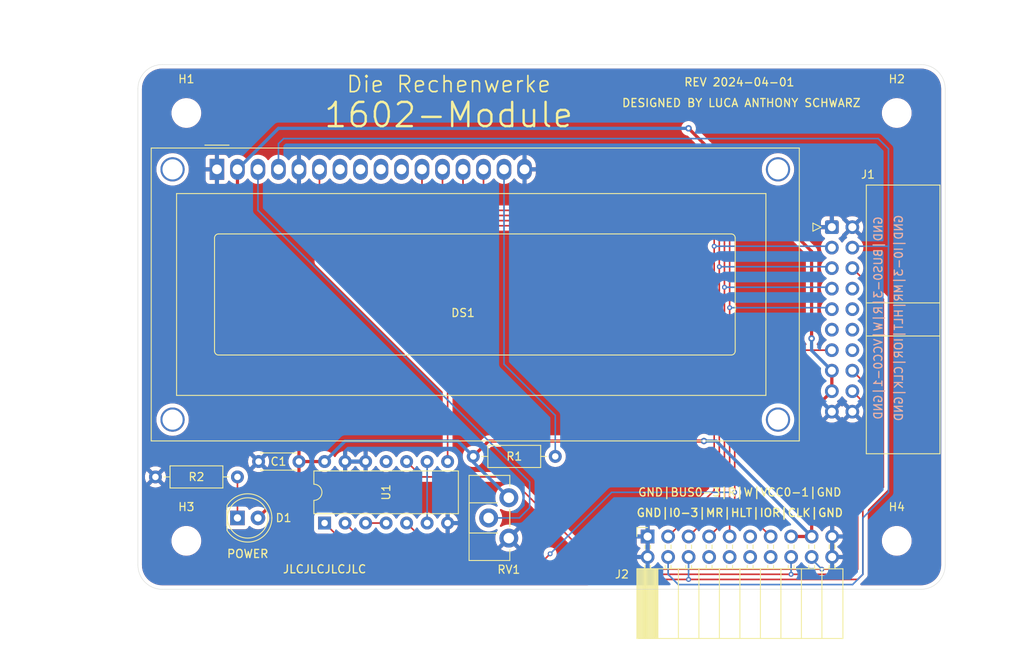
<source format=kicad_pcb>
(kicad_pcb (version 20240108) (generator "pcbnew") (generator_version "8.0")
  (title_block (title "1602-Module") (date "2024-04-01") (rev "2024-04-01"))
  (layers (0 "F.Cu" signal) (31 "B.Cu" signal) (34 "B.Paste" user) (35 "F.Paste" user) (36 "B.SilkS" user "B.Silkscreen") (37 "F.SilkS" user "F.Silkscreen") (38 "B.Mask" user) (39 "F.Mask" user) (44 "Edge.Cuts" user))
  (net 0 "")
  (net 1 "GND")
  (net 2 "VCC")
  (net 3 "Net-(DS1-Pad15)")
  (net 4 "/BUS3")
  (net 5 "/BUS2")
  (net 6 "/BUS1")
  (net 7 "/BUS0")
  (net 8 "Net-(DS1-Pad10)")
  (net 9 "Net-(DS1-Pad9)")
  (net 10 "Net-(DS1-Pad8)")
  (net 11 "Net-(DS1-Pad7)")
  (net 12 "Net-(DS1-Pad6)")
  (net 13 "I0")
  (net 14 "Net-(DS1-Pad3)")
  (net 15 "CLK")
  (net 16 "IOR")
  (net 17 "Net-(J1-Pad14)")
  (net 18 "Net-(J1-Pad12)")
  (net 19 "Net-(J1-Pad10)")
  (net 20 "Net-(J1-Pad8)")
  (net 21 "I1")
  (net 22 "W")
  (net 23 "Net-(J1-Pad11)")
  (net 24 "Net-(J2-Pad14)")
  (net 25 "Net-(J2-Pad12)")
  (net 26 "Net-(J2-Pad11)")
  (net 27 "Net-(J2-Pad10)")
  (net 28 "Net-(J2-Pad8)")
  (net 29 "Net-(U1-Pad6)")
  (net 30 "Net-(U1-Pad11)")
  (net 31 "Net-(U1-Pad3)")
  (net 32 "Net-(D1-Pad1)")
  (footprint "Capacitor_THT:C_Disc_D4.3mm_W1.9mm_P5.00mm" (layer "F.Cu") (at 107.95 130.175 180)
    (property "Reference" "C1" (at 2.54 0 0) (layer "F.SilkS"))
    (property "Value" "C_Small")
    (fp_line (start 4.77 1.055) (end 4.77 1.07) (stroke (width 0.12)) (layer "F.SilkS"))
    (fp_line (start 4.77 -1.07) (end 4.77 -1.055) (stroke (width 0.12)) (layer "F.SilkS"))
    (fp_line (start 0.23 1.07) (end 4.77 1.07) (stroke (width 0.12)) (layer "F.SilkS"))
    (fp_line (start 0.23 1.055) (end 0.23 1.07) (stroke (width 0.12)) (layer "F.SilkS"))
    (fp_line (start 0.23 -1.07) (end 4.77 -1.07) (stroke (width 0.12)) (layer "F.SilkS"))
    (fp_line (start 0.23 -1.07) (end 0.23 -1.055) (stroke (width 0.12)) (layer "F.SilkS"))
    (pad "1" thru_hole circle (at 0 0 180) (size 1.6 1.6) (drill 0.8) (layers "*.Cu" "*.Mask") (net 2 "VCC"))
    (pad "2" thru_hole circle (at 5 0 180) (size 1.6 1.6) (drill 0.8) (layers "*.Cu" "*.Mask") (net 1 "GND"))
  )
  (footprint "Display:WC1602A" (layer "F.Cu") (at 97.79 93.98)
    (property "Reference" "DS1" (at 30.48 17.78 0) (layer "F.SilkS"))
    (property "Value" "WC1602A")
    (fp_line (start -8.14 -2.64) (end -8.14 33.64) (stroke (width 0.12)) (layer "F.SilkS"))
    (fp_line (start -8.14 33.64) (end 72.14 33.64) (stroke (width 0.12)) (layer "F.SilkS"))
    (fp_line (start -8.13 -2.64) (end -7.34 -2.64) (stroke (width 0.12)) (layer "F.SilkS"))
    (fp_line (start -5 3) (end 68 3) (stroke (width 0.12)) (layer "F.SilkS"))
    (fp_line (start -5 28) (end -5 3) (stroke (width 0.12)) (layer "F.SilkS"))
    (fp_line (start -1.5 -3) (end 1.5 -3) (stroke (width 0.12)) (layer "F.SilkS"))
    (fp_line (start -0.29972 22.49932) (end -0.29972 8.5) (stroke (width 0.12)) (layer "F.SilkS"))
    (fp_line (start 0.2 8) (end 63.7 8) (stroke (width 0.12)) (layer "F.SilkS"))
    (fp_line (start 63.70066 23) (end 0.2 23) (stroke (width 0.12)) (layer "F.SilkS"))
    (fp_line (start 64.2 8.5) (end 64.2 22.5) (stroke (width 0.12)) (layer "F.SilkS"))
    (fp_line (start 68 3) (end 68 28) (stroke (width 0.12)) (layer "F.SilkS"))
    (fp_line (start 68 28) (end -5 28) (stroke (width 0.12)) (layer "F.SilkS"))
    (fp_line (start 72.14 -2.64) (end -7.34 -2.64) (stroke (width 0.12)) (layer "F.SilkS"))
    (fp_line (start 72.14 33.64) (end 72.14 -2.64) (stroke (width 0.12)) (layer "F.SilkS"))
    (fp_arc (start -0.29972 8.49884) (mid -0.153162 8.145018) (end 0.20066 7.99846) (stroke (width 0.12)) (layer "F.SilkS"))
    (fp_arc (start 0.20066 22.9997) (mid -0.153162 22.853142) (end -0.29972 22.49932) (stroke (width 0.12)) (layer "F.SilkS"))
    (fp_arc (start 63.7 8) (mid 64.053553 8.146447) (end 64.2 8.5) (stroke (width 0.12)) (layer "F.SilkS"))
    (fp_arc (start 64.20104 22.49932) (mid 64.054479 22.85315) (end 63.70066 22.9997) (stroke (width 0.12)) (layer "F.SilkS"))
    (pad "" thru_hole circle (at -5.4991 0) (size 3 3) (drill 2.5) (layers "*.Cu" "*.Mask"))
    (pad "" thru_hole circle (at -5.4991 31.0007) (size 3 3) (drill 2.5) (layers "*.Cu" "*.Mask"))
    (pad "" thru_hole circle (at 69.49948 31.0007) (size 3 3) (drill 2.5) (layers "*.Cu" "*.Mask"))
    (pad "" thru_hole circle (at 69.5 0) (size 3 3) (drill 2.5) (layers "*.Cu" "*.Mask"))
    (pad "1" thru_hole rect (at 0 0) (size 1.8 2.6) (drill 1.2) (layers "*.Cu" "*.Mask") (net 1 "GND"))
    (pad "2" thru_hole oval (at 2.54 0) (size 1.8 2.6) (drill 1.2) (layers "*.Cu" "*.Mask") (net 2 "VCC"))
    (pad "3" thru_hole oval (at 5.08 0) (size 1.8 2.6) (drill 1.2) (layers "*.Cu" "*.Mask") (net 14 "Net-(DS1-Pad3)"))
    (pad "4" thru_hole oval (at 7.62 0) (size 1.8 2.6) (drill 1.2) (layers "*.Cu" "*.Mask") (net 13 "I0"))
    (pad "5" thru_hole oval (at 10.16 0) (size 1.8 2.6) (drill 1.2) (layers "*.Cu" "*.Mask") (net 1 "GND"))
    (pad "6" thru_hole oval (at 12.7 0) (size 1.8 2.6) (drill 1.2) (layers "*.Cu" "*.Mask") (net 12 "Net-(DS1-Pad6)"))
    (pad "7" thru_hole oval (at 15.24 0) (size 1.8 2.6) (drill 1.2) (layers "*.Cu" "*.Mask") (net 11 "Net-(DS1-Pad7)"))
    (pad "8" thru_hole oval (at 17.78 0) (size 1.8 2.6) (drill 1.2) (layers "*.Cu" "*.Mask") (net 10 "Net-(DS1-Pad8)"))
    (pad "9" thru_hole oval (at 20.32 0) (size 1.8 2.6) (drill 1.2) (layers "*.Cu" "*.Mask") (net 9 "Net-(DS1-Pad9)"))
    (pad "10" thru_hole oval (at 22.86 0) (size 1.8 2.6) (drill 1.2) (layers "*.Cu" "*.Mask") (net 8 "Net-(DS1-Pad10)"))
    (pad "11" thru_hole oval (at 25.4 0) (size 1.8 2.6) (drill 1.2) (layers "*.Cu" "*.Mask") (net 7 "/BUS0"))
    (pad "12" thru_hole oval (at 27.94 0) (size 1.8 2.6) (drill 1.2) (layers "*.Cu" "*.Mask") (net 6 "/BUS1"))
    (pad "13" thru_hole oval (at 30.48 0) (size 1.8 2.6) (drill 1.2) (layers "*.Cu" "*.Mask") (net 5 "/BUS2"))
    (pad "14" thru_hole oval (at 33.02 0) (size 1.8 2.6) (drill 1.2) (layers "*.Cu" "*.Mask") (net 4 "/BUS3"))
    (pad "15" thru_hole oval (at 35.56 0) (size 1.8 2.6) (drill 1.2) (layers "*.Cu" "*.Mask") (net 3 "Net-(DS1-Pad15)"))
    (pad "16" thru_hole oval (at 38.1 0) (size 1.8 2.6) (drill 1.2) (layers "*.Cu" "*.Mask") (net 1 "GND"))
  )
  (footprint "Connector_IDC:IDC-Header_2x10_P2.54mm_Horizontal" (layer "F.Cu") (at 173.96 101.14)
    (property "Reference" "J1" (at 4.475 -6.525 0) (layer "F.SilkS"))
    (property "Value" "Conn_02x10_Odd_Even")
    (fp_line (start -2.35 -0.5) (end -2.35 0.5) (stroke (width 0.12)) (layer "F.SilkS"))
    (fp_line (start -2.35 0.5) (end -1.35 0) (stroke (width 0.12)) (layer "F.SilkS"))
    (fp_line (start -1.35 0) (end -2.35 -0.5) (stroke (width 0.12)) (layer "F.SilkS"))
    (fp_line (start 4.27 -5.21) (end 13.39 -5.21) (stroke (width 0.12)) (layer "F.SilkS"))
    (fp_line (start 4.27 9.38) (end 13.39 9.38) (stroke (width 0.12)) (layer "F.SilkS"))
    (fp_line (start 4.27 13.48) (end 13.39 13.48) (stroke (width 0.12)) (layer "F.SilkS"))
    (fp_line (start 4.27 28.07) (end 4.27 -5.21) (stroke (width 0.12)) (layer "F.SilkS"))
    (fp_line (start 13.39 -5.21) (end 13.39 28.07) (stroke (width 0.12)) (layer "F.SilkS"))
    (fp_line (start 13.39 28.07) (end 4.27 28.07) (stroke (width 0.12)) (layer "F.SilkS"))
    (pad "1" thru_hole roundrect (at 0 0) (size 1.7 1.7) (drill 1) (layers "*.Cu" "*.Mask") (roundrect_rratio 0.147059) (net 1 "GND"))
    (pad "2" thru_hole circle (at 2.54 0) (size 1.7 1.7) (drill 1) (layers "*.Cu" "*.Mask") (net 1 "GND"))
    (pad "3" thru_hole circle (at 0 2.54) (size 1.7 1.7) (drill 1) (layers "*.Cu" "*.Mask") (net 7 "/BUS0"))
    (pad "4" thru_hole circle (at 2.54 2.54) (size 1.7 1.7) (drill 1) (layers "*.Cu" "*.Mask") (net 13 "I0"))
    (pad "5" thru_hole circle (at 0 5.08) (size 1.7 1.7) (drill 1) (layers "*.Cu" "*.Mask") (net 6 "/BUS1"))
    (pad "6" thru_hole circle (at 2.54 5.08) (size 1.7 1.7) (drill 1) (layers "*.Cu" "*.Mask") (net 21 "I1"))
    (pad "7" thru_hole circle (at 0 7.62) (size 1.7 1.7) (drill 1) (layers "*.Cu" "*.Mask") (net 5 "/BUS2"))
    (pad "8" thru_hole circle (at 2.54 7.62) (size 1.7 1.7) (drill 1) (layers "*.Cu" "*.Mask") (net 20 "Net-(J1-Pad8)"))
    (pad "9" thru_hole circle (at 0 10.16) (size 1.7 1.7) (drill 1) (layers "*.Cu" "*.Mask") (net 4 "/BUS3"))
    (pad "10" thru_hole circle (at 2.54 10.16) (size 1.7 1.7) (drill 1) (layers "*.Cu" "*.Mask") (net 19 "Net-(J1-Pad10)"))
    (pad "11" thru_hole circle (at 0 12.7) (size 1.7 1.7) (drill 1) (layers "*.Cu" "*.Mask") (net 23 "Net-(J1-Pad11)"))
    (pad "12" thru_hole circle (at 2.54 12.7) (size 1.7 1.7) (drill 1) (layers "*.Cu" "*.Mask") (net 18 "Net-(J1-Pad12)"))
    (pad "13" thru_hole circle (at 0 15.24) (size 1.7 1.7) (drill 1) (layers "*.Cu" "*.Mask") (net 22 "W"))
    (pad "14" thru_hole circle (at 2.54 15.24) (size 1.7 1.7) (drill 1) (layers "*.Cu" "*.Mask") (net 17 "Net-(J1-Pad14)"))
    (pad "15" thru_hole circle (at 0 17.78) (size 1.7 1.7) (drill 1) (layers "*.Cu" "*.Mask") (net 2 "VCC"))
    (pad "16" thru_hole circle (at 2.54 17.78) (size 1.7 1.7) (drill 1) (layers "*.Cu" "*.Mask") (net 16 "IOR"))
    (pad "17" thru_hole circle (at 0 20.32) (size 1.7 1.7) (drill 1) (layers "*.Cu" "*.Mask") (net 2 "VCC"))
    (pad "18" thru_hole circle (at 2.54 20.32) (size 1.7 1.7) (drill 1) (layers "*.Cu" "*.Mask") (net 15 "CLK"))
    (pad "19" thru_hole circle (at 0 22.86) (size 1.7 1.7) (drill 1) (layers "*.Cu" "*.Mask") (net 1 "GND"))
    (pad "20" thru_hole circle (at 2.54 22.86) (size 1.7 1.7) (drill 1) (layers "*.Cu" "*.Mask") (net 1 "GND"))
  )
  (footprint "Connector_PinSocket_2.54mm:PinSocket_2x10_P2.54mm_Horizontal" (layer "F.Cu") (at 151.14 139.46 90)
    (property "Reference" "J2" (at -4.685 -3.185 180) (layer "F.SilkS"))
    (property "Value" "Conn_02x10_Odd_Even")
    (fp_line (start 1.11 -1.33) (end 1.11 0) (stroke (width 0.12)) (layer "F.SilkS"))
    (fp_line (start 0 -1.33) (end 1.11 -1.33) (stroke (width 0.12)) (layer "F.SilkS"))
    (fp_line (start -4 -1.33) (end -4 24.19) (stroke (width 0.12)) (layer "F.SilkS"))
    (fp_line (start -12.63 -1.33) (end -4 -1.33) (stroke (width 0.12)) (layer "F.SilkS"))
    (fp_line (start -12.63 -1.33) (end -12.63 24.19) (stroke (width 0.12)) (layer "F.SilkS"))
    (fp_line (start -12.63 -1.21) (end -4 -1.21) (stroke (width 0.12)) (layer "F.SilkS"))
    (fp_line (start -12.63 -1.091905) (end -4 -1.091905) (stroke (width 0.12)) (layer "F.SilkS"))
    (fp_line (start -12.63 -0.97381) (end -4 -0.97381) (stroke (width 0.12)) (layer "F.SilkS"))
    (fp_line (start -12.63 -0.855715) (end -4 -0.855715) (stroke (width 0.12)) (layer "F.SilkS"))
    (fp_line (start -12.63 -0.73762) (end -4 -0.73762) (stroke (width 0.12)) (layer "F.SilkS"))
    (fp_line (start -12.63 -0.619525) (end -4 -0.619525) (stroke (width 0.12)) (layer "F.SilkS"))
    (fp_line (start -12.63 -0.50143) (end -4 -0.50143) (stroke (width 0.12)) (layer "F.SilkS"))
    (fp_line (start -12.63 -0.383335) (end -4 -0.383335) (stroke (width 0.12)) (layer "F.SilkS"))
    (fp_line (start -1.49 -0.36) (end -1.11 -0.36) (stroke (width 0.12)) (layer "F.SilkS"))
    (fp_line (start -4 -0.36) (end -3.59 -0.36) (stroke (width 0.12)) (layer "F.SilkS"))
    (fp_line (start -12.63 -0.26524) (end -4 -0.26524) (stroke (width 0.12)) (layer "F.SilkS"))
    (fp_line (start -12.63 -0.147145) (end -4 -0.147145) (stroke (width 0.12)) (layer "F.SilkS"))
    (fp_line (start -12.63 -0.02905) (end -4 -0.02905) (stroke (width 0.12)) (layer "F.SilkS"))
    (fp_line (start -12.63 0.089045) (end -4 0.089045) (stroke (width 0.12)) (layer "F.SilkS"))
    (fp_line (start -12.63 0.20714) (end -4 0.20714) (stroke (width 0.12)) (layer "F.SilkS"))
    (fp_line (start -12.63 0.325235) (end -4 0.325235) (stroke (width 0.12)) (layer "F.SilkS"))
    (fp_line (start -1.49 0.36) (end -1.11 0.36) (stroke (width 0.12)) (layer "F.SilkS"))
    (fp_line (start -4 0.36) (end -3.59 0.36) (stroke (width 0.12)) (layer "F.SilkS"))
    (fp_line (start -12.63 0.44333) (end -4 0.44333) (stroke (width 0.12)) (layer "F.SilkS"))
    (fp_line (start -12.63 0.561425) (end -4 0.561425) (stroke (width 0.12)) (layer "F.SilkS"))
    (fp_line (start -12.63 0.67952) (end -4 0.67952) (stroke (width 0.12)) (layer "F.SilkS"))
    (fp_line (start -12.63 0.797615) (end -4 0.797615) (stroke (width 0.12)) (layer "F.SilkS"))
    (fp_line (start -12.63 0.91571) (end -4 0.91571) (stroke (width 0.12)) (layer "F.SilkS"))
    (fp_line (start -12.63 1.033805) (end -4 1.033805) (stroke (width 0.12)) (layer "F.SilkS"))
    (fp_line (start -12.63 1.1519) (end -4 1.1519) (stroke (width 0.12)) (layer "F.SilkS"))
    (fp_line (start -12.63 1.27) (end -4 1.27) (stroke (width 0.12)) (layer "F.SilkS"))
    (fp_line (start -1.49 2.18) (end -1.05 2.18) (stroke (width 0.12)) (layer "F.SilkS"))
    (fp_line (start -4 2.18) (end -3.59 2.18) (stroke (width 0.12)) (layer "F.SilkS"))
    (fp_line (start -1.49 2.9) (end -1.05 2.9) (stroke (width 0.12)) (layer "F.SilkS"))
    (fp_line (start -4 2.9) (end -3.59 2.9) (stroke (width 0.12)) (layer "F.SilkS"))
    (fp_line (start -12.63 3.81) (end -4 3.81) (stroke (width 0.12)) (layer "F.SilkS"))
    (fp_line (start -1.49 4.72) (end -1.05 4.72) (stroke (width 0.12)) (layer "F.SilkS"))
    (fp_line (start -4 4.72) (end -3.59 4.72) (stroke (width 0.12)) (layer "F.SilkS"))
    (fp_line (start -1.49 5.44) (end -1.05 5.44) (stroke (width 0.12)) (layer "F.SilkS"))
    (fp_line (start -4 5.44) (end -3.59 5.44) (stroke (width 0.12)) (layer "F.SilkS"))
    (fp_line (start -12.63 6.35) (end -4 6.35) (stroke (width 0.12)) (layer "F.SilkS"))
    (fp_line (start -1.49 7.26) (end -1.05 7.26) (stroke (width 0.12)) (layer "F.SilkS"))
    (fp_line (start -4 7.26) (end -3.59 7.26) (stroke (width 0.12)) (layer "F.SilkS"))
    (fp_line (start -1.49 7.98) (end -1.05 7.98) (stroke (width 0.12)) (layer "F.SilkS"))
    (fp_line (start -4 7.98) (end -3.59 7.98) (stroke (width 0.12)) (layer "F.SilkS"))
    (fp_line (start -12.63 8.89) (end -4 8.89) (stroke (width 0.12)) (layer "F.SilkS"))
    (fp_line (start -1.49 9.8) (end -1.05 9.8) (stroke (width 0.12)) (layer "F.SilkS"))
    (fp_line (start -4 9.8) (end -3.59 9.8) (stroke (width 0.12)) (layer "F.SilkS"))
    (fp_line (start -1.49 10.52) (end -1.05 10.52) (stroke (width 0.12)) (layer "F.SilkS"))
    (fp_line (start -4 10.52) (end -3.59 10.52) (stroke (width 0.12)) (layer "F.SilkS"))
    (fp_line (start -12.63 11.43) (end -4 11.43) (stroke (width 0.12)) (layer "F.SilkS"))
    (fp_line (start -1.49 12.34) (end -1.05 12.34) (stroke (width 0.12)) (layer "F.SilkS"))
    (fp_line (start -4 12.34) (end -3.59 12.34) (stroke (width 0.12)) (layer "F.SilkS"))
    (fp_line (start -1.49 13.06) (end -1.05 13.06) (stroke (width 0.12)) (layer "F.SilkS"))
    (fp_line (start -4 13.06) (end -3.59 13.06) (stroke (width 0.12)) (layer "F.SilkS"))
    (fp_line (start -12.63 13.97) (end -4 13.97) (stroke (width 0.12)) (layer "F.SilkS"))
    (fp_line (start -1.49 14.88) (end -1.05 14.88) (stroke (width 0.12)) (layer "F.SilkS"))
    (fp_line (start -4 14.88) (end -3.59 14.88) (stroke (width 0.12)) (layer "F.SilkS"))
    (fp_line (start -1.49 15.6) (end -1.05 15.6) (stroke (width 0.12)) (layer "F.SilkS"))
    (fp_line (start -4 15.6) (end -3.59 15.6) (stroke (width 0.12)) (layer "F.SilkS"))
    (fp_line (start -12.63 16.51) (end -4 16.51) (stroke (width 0.12)) (layer "F.SilkS"))
    (fp_line (start -1.49 17.42) (end -1.05 17.42) (stroke (width 0.12)) (layer "F.SilkS"))
    (fp_line (start -4 17.42) (end -3.59 17.42) (stroke (width 0.12)) (layer "F.SilkS"))
    (fp_line (start -1.49 18.14) (end -1.05 18.14) (stroke (width 0.12)) (layer "F.SilkS"))
    (fp_line (start -4 18.14) (end -3.59 18.14) (stroke (width 0.12)) (layer "F.SilkS"))
    (fp_line (start -12.63 19.05) (end -4 19.05) (stroke (width 0.12)) (layer "F.SilkS"))
    (fp_line (start -1.49 19.96) (end -1.05 19.96) (stroke (width 0.12)) (layer "F.SilkS"))
    (fp_line (start -4 19.96) (end -3.59 19.96) (stroke (width 0.12)) (layer "F.SilkS"))
    (fp_line (start -1.49 20.68) (end -1.05 20.68) (stroke (width 0.12)) (layer "F.SilkS"))
    (fp_line (start -4 20.68) (end -3.59 20.68) (stroke (width 0.12)) (layer "F.SilkS"))
    (fp_line (start -12.63 21.59) (end -4 21.59) (stroke (width 0.12)) (layer "F.SilkS"))
    (fp_line (start -1.49 22.5) (end -1.05 22.5) (stroke (width 0.12)) (layer "F.SilkS"))
    (fp_line (start -4 22.5) (end -3.59 22.5) (stroke (width 0.12)) (layer "F.SilkS"))
    (fp_line (start -1.49 23.22) (end -1.05 23.22) (stroke (width 0.12)) (layer "F.SilkS"))
    (fp_line (start -4 23.22) (end -3.59 23.22) (stroke (width 0.12)) (layer "F.SilkS"))
    (fp_line (start -12.63 24.19) (end -4 24.19) (stroke (width 0.12)) (layer "F.SilkS"))
    (pad "1" thru_hole rect (at 0 0 90) (size 1.7 1.7) (drill 1) (layers "*.Cu" "*.Mask") (net 1 "GND"))
    (pad "2" thru_hole oval (at -2.54 0 90) (size 1.7 1.7) (drill 1) (layers "*.Cu" "*.Mask") (net 1 "GND"))
    (pad "3" thru_hole oval (at 0 2.54 90) (size 1.7 1.7) (drill 1) (layers "*.Cu" "*.Mask") (net 7 "/BUS0"))
    (pad "4" thru_hole oval (at -2.54 2.54 90) (size 1.7 1.7) (drill 1) (layers "*.Cu" "*.Mask") (net 13 "I0"))
    (pad "5" thru_hole oval (at 0 5.08 90) (size 1.7 1.7) (drill 1) (layers "*.Cu" "*.Mask") (net 6 "/BUS1"))
    (pad "6" thru_hole oval (at -2.54 5.08 90) (size 1.7 1.7) (drill 1) (layers "*.Cu" "*.Mask") (net 21 "I1"))
    (pad "7" thru_hole oval (at 0 7.62 90) (size 1.7 1.7) (drill 1) (layers "*.Cu" "*.Mask") (net 5 "/BUS2"))
    (pad "8" thru_hole oval (at -2.54 7.62 90) (size 1.7 1.7) (drill 1) (layers "*.Cu" "*.Mask") (net 28 "Net-(J2-Pad8)"))
    (pad "9" thru_hole oval (at 0 10.16 90) (size 1.7 1.7) (drill 1) (layers "*.Cu" "*.Mask") (net 4 "/BUS3"))
    (pad "10" thru_hole oval (at -2.54 10.16 90) (size 1.7 1.7) (drill 1) (layers "*.Cu" "*.Mask") (net 27 "Net-(J2-Pad10)"))
    (pad "11" thru_hole oval (at 0 12.7 90) (size 1.7 1.7) (drill 1) (layers "*.Cu" "*.Mask") (net 26 "Net-(J2-Pad11)"))
    (pad "12" thru_hole oval (at -2.54 12.7 90) (size 1.7 1.7) (drill 1) (layers "*.Cu" "*.Mask") (net 25 "Net-(J2-Pad12)"))
    (pad "13" thru_hole oval (at 0 15.24 90) (size 1.7 1.7) (drill 1) (layers "*.Cu" "*.Mask") (net 22 "W"))
    (pad "14" thru_hole oval (at -2.54 15.24 90) (size 1.7 1.7) (drill 1) (layers "*.Cu" "*.Mask") (net 24 "Net-(J2-Pad14)"))
    (pad "15" thru_hole oval (at 0 17.78 90) (size 1.7 1.7) (drill 1) (layers "*.Cu" "*.Mask") (net 2 "VCC"))
    (pad "16" thru_hole oval (at -2.54 17.78 90) (size 1.7 1.7) (drill 1) (layers "*.Cu" "*.Mask") (net 16 "IOR"))
    (pad "17" thru_hole oval (at 0 20.32 90) (size 1.7 1.7) (drill 1) (layers "*.Cu" "*.Mask") (net 2 "VCC"))
    (pad "18" thru_hole oval (at -2.54 20.32 90) (size 1.7 1.7) (drill 1) (layers "*.Cu" "*.Mask") (net 15 "CLK"))
    (pad "19" thru_hole oval (at 0 22.86 90) (size 1.7 1.7) (drill 1) (layers "*.Cu" "*.Mask") (net 1 "GND"))
    (pad "20" thru_hole oval (at -2.54 22.86 90) (size 1.7 1.7) (drill 1) (layers "*.Cu" "*.Mask") (net 1 "GND"))
  )
  (footprint "Resistor_THT:R_Axial_DIN0207_L6.3mm_D2.5mm_P10.16mm_Horizontal" (layer "F.Cu") (at 129.54 129.54)
    (property "Reference" "R1" (at 5.08 0 0) (layer "F.SilkS"))
    (property "Value" "330")
    (fp_line (start 1.04 0) (end 1.81 0) (stroke (width 0.12)) (layer "F.SilkS"))
    (fp_line (start 1.81 -1.37) (end 1.81 1.37) (stroke (width 0.12)) (layer "F.SilkS"))
    (fp_line (start 1.81 1.37) (end 8.35 1.37) (stroke (width 0.12)) (layer "F.SilkS"))
    (fp_line (start 8.35 -1.37) (end 1.81 -1.37) (stroke (width 0.12)) (layer "F.SilkS"))
    (fp_line (start 8.35 1.37) (end 8.35 -1.37) (stroke (width 0.12)) (layer "F.SilkS"))
    (fp_line (start 9.12 0) (end 8.35 0) (stroke (width 0.12)) (layer "F.SilkS"))
    (pad "1" thru_hole circle (at 0 0) (size 1.6 1.6) (drill 0.8) (layers "*.Cu" "*.Mask") (net 2 "VCC"))
    (pad "2" thru_hole oval (at 10.16 0) (size 1.6 1.6) (drill 0.8) (layers "*.Cu" "*.Mask") (net 3 "Net-(DS1-Pad15)"))
  )
  (footprint "Package_DIP:DIP-14_W7.62mm" (layer "F.Cu") (at 111.125 137.795 90)
    (property "Reference" "U1" (at 3.81 7.62 90) (layer "F.SilkS"))
    (property "Value" "74HC08")
    (fp_line (start 6.46 -1.33) (end 4.81 -1.33) (stroke (width 0.12)) (layer "F.SilkS"))
    (fp_line (start 2.81 -1.33) (end 1.16 -1.33) (stroke (width 0.12)) (layer "F.SilkS"))
    (fp_line (start 1.16 -1.33) (end 1.16 16.57) (stroke (width 0.12)) (layer "F.SilkS"))
    (fp_line (start 6.46 16.57) (end 6.46 -1.33) (stroke (width 0.12)) (layer "F.SilkS"))
    (fp_line (start 1.16 16.57) (end 6.46 16.57) (stroke (width 0.12)) (layer "F.SilkS"))
    (fp_arc (start 4.81 -1.33) (mid 3.81 -0.33) (end 2.81 -1.33) (stroke (width 0.12)) (layer "F.SilkS"))
    (pad "1" thru_hole rect (at 0 0 90) (size 1.6 1.6) (drill 0.8) (layers "*.Cu" "*.Mask") (net 21 "I1"))
    (pad "2" thru_hole oval (at 0 2.54 90) (size 1.6 1.6) (drill 0.8) (layers "*.Cu" "*.Mask") (net 16 "IOR"))
    (pad "3" thru_hole oval (at 0 5.08 90) (size 1.6 1.6) (drill 0.8) (layers "*.Cu" "*.Mask") (net 31 "Net-(U1-Pad3)"))
    (pad "4" thru_hole oval (at 0 7.62 90) (size 1.6 1.6) (drill 0.8) (layers "*.Cu" "*.Mask") (net 31 "Net-(U1-Pad3)"))
    (pad "5" thru_hole oval (at 0 10.16 90) (size 1.6 1.6) (drill 0.8) (layers "*.Cu" "*.Mask") (net 22 "W"))
    (pad "6" thru_hole oval (at 0 12.7 90) (size 1.6 1.6) (drill 0.8) (layers "*.Cu" "*.Mask") (net 29 "Net-(U1-Pad6)"))
    (pad "7" thru_hole oval (at 0 15.24 90) (size 1.6 1.6) (drill 0.8) (layers "*.Cu" "*.Mask") (net 1 "GND"))
    (pad "8" thru_hole oval (at 7.62 15.24 90) (size 1.6 1.6) (drill 0.8) (layers "*.Cu" "*.Mask") (net 12 "Net-(DS1-Pad6)"))
    (pad "9" thru_hole oval (at 7.62 12.7 90) (size 1.6 1.6) (drill 0.8) (layers "*.Cu" "*.Mask") (net 29 "Net-(U1-Pad6)"))
    (pad "10" thru_hole oval (at 7.62 10.16 90) (size 1.6 1.6) (drill 0.8) (layers "*.Cu" "*.Mask") (net 15 "CLK"))
    (pad "11" thru_hole oval (at 7.62 7.62 90) (size 1.6 1.6) (drill 0.8) (layers "*.Cu" "*.Mask") (net 30 "Net-(U1-Pad11)"))
    (pad "12" thru_hole oval (at 7.62 5.08 90) (size 1.6 1.6) (drill 0.8) (layers "*.Cu" "*.Mask") (net 1 "GND"))
    (pad "13" thru_hole oval (at 7.62 2.54 90) (size 1.6 1.6) (drill 0.8) (layers "*.Cu" "*.Mask") (net 1 "GND"))
    (pad "14" thru_hole oval (at 7.62 0 90) (size 1.6 1.6) (drill 0.8) (layers "*.Cu" "*.Mask") (net 2 "VCC"))
  )
  (footprint "LED_THT:LED_D5.0mm_Clear" (layer "F.Cu") (at 100.33 137.16)
    (property "Reference" "D1" (at 5.715 0 0) (layer "F.SilkS"))
    (property "Value" "PWR_LED")
    (fp_line (start -1.29 -1.545) (end -1.29 1.545) (stroke (width 0.12)) (layer "F.SilkS"))
    (fp_arc (start -1.29 -1.54483) (mid 2.072002 -2.880433) (end 4.26 0.000462) (stroke (width 0.12)) (layer "F.SilkS"))
    (fp_arc (start 4.26 -0.000462) (mid 2.072002 2.880433) (end -1.29 1.54483) (stroke (width 0.12)) (layer "F.SilkS"))
    (fp_circle (center 1.27 0) (end 3.77 0) (stroke (width 0.12)) (fill none) (layer "F.SilkS"))
    (pad "1" thru_hole rect (at 0 0) (size 1.8 1.8) (drill 0.9) (layers "*.Cu" "*.Mask") (net 32 "Net-(D1-Pad1)"))
    (pad "2" thru_hole circle (at 2.54 0) (size 1.8 1.8) (drill 0.9) (layers "*.Cu" "*.Mask") (net 2 "VCC"))
  )
  (footprint "MountingHole:MountingHole_3.2mm_M3" (layer "F.Cu") (at 94 87)
    (property "Reference" "H1" (at 0 -4.2 0) (layer "F.SilkS"))
    (property "Value" "MountingHole")
    (pad "" np_thru_hole circle (at 0 0) (size 3.2 3.2) (drill 3.2) (layers "*.Cu" "*.Mask"))
  )
  (footprint "MountingHole:MountingHole_3.2mm_M3" (layer "F.Cu") (at 182 87)
    (property "Reference" "H2" (at 0 -4.2 0) (layer "F.SilkS"))
    (property "Value" "MountingHole")
    (pad "" np_thru_hole circle (at 0 0) (size 3.2 3.2) (drill 3.2) (layers "*.Cu" "*.Mask"))
  )
  (footprint "MountingHole:MountingHole_3.2mm_M3" (layer "F.Cu") (at 94 140)
    (property "Reference" "H3" (at 0 -4.2 0) (layer "F.SilkS"))
    (property "Value" "MountingHole")
    (pad "" np_thru_hole circle (at 0 0) (size 3.2 3.2) (drill 3.2) (layers "*.Cu" "*.Mask"))
  )
  (footprint "MountingHole:MountingHole_3.2mm_M3" (layer "F.Cu") (at 182 140)
    (property "Reference" "H4" (at 0 -4.2 0) (layer "F.SilkS"))
    (property "Value" "MountingHole")
    (pad "" np_thru_hole circle (at 0 0) (size 3.2 3.2) (drill 3.2) (layers "*.Cu" "*.Mask"))
  )
  (footprint "Resistor_THT:R_Axial_DIN0207_L6.3mm_D2.5mm_P10.16mm_Horizontal" (layer "F.Cu") (at 90.17 132.08)
    (property "Reference" "R2" (at 5.08 0 0) (layer "F.SilkS"))
    (property "Value" "470")
    (fp_line (start 1.04 0) (end 1.81 0) (stroke (width 0.12)) (layer "F.SilkS"))
    (fp_line (start 1.81 -1.37) (end 1.81 1.37) (stroke (width 0.12)) (layer "F.SilkS"))
    (fp_line (start 1.81 1.37) (end 8.35 1.37) (stroke (width 0.12)) (layer "F.SilkS"))
    (fp_line (start 8.35 -1.37) (end 1.81 -1.37) (stroke (width 0.12)) (layer "F.SilkS"))
    (fp_line (start 8.35 1.37) (end 8.35 -1.37) (stroke (width 0.12)) (layer "F.SilkS"))
    (fp_line (start 9.12 0) (end 8.35 0) (stroke (width 0.12)) (layer "F.SilkS"))
    (pad "1" thru_hole circle (at 0 0) (size 1.6 1.6) (drill 0.8) (layers "*.Cu" "*.Mask") (net 1 "GND"))
    (pad "2" thru_hole oval (at 10.16 0) (size 1.6 1.6) (drill 0.8) (layers "*.Cu" "*.Mask") (net 32 "Net-(D1-Pad1)"))
  )
  (footprint "Potentiometer_THT:Potentiometer_Piher_PT-10-H01_Horizontal" (layer "F.Cu") (at 133.945 139.66 180)
    (property "Reference" "RV1" (at 0 -3.9 0) (layer "F.SilkS"))
    (property "Value" "10k")
    (fp_line (start 4.92 0.63) (end 4.92 4.37) (stroke (width 0.12)) (layer "F.SilkS"))
    (fp_line (start 4.92 -2.771) (end 4.92 7.77) (stroke (width 0.12)) (layer "F.SilkS"))
    (fp_line (start 1.381 4.37) (end 4.92 4.37) (stroke (width 0.12)) (layer "F.SilkS"))
    (fp_line (start 1.381 0.63) (end 4.92 0.63) (stroke (width 0.12)) (layer "F.SilkS"))
    (fp_line (start -0.121 7.77) (end 4.92 7.77) (stroke (width 0.12)) (layer "F.SilkS"))
    (fp_line (start -0.121 6.425) (end -0.121 7.77) (stroke (width 0.12)) (layer "F.SilkS"))
    (fp_line (start -0.121 1.426) (end -0.121 3.575) (stroke (width 0.12)) (layer "F.SilkS"))
    (fp_line (start -0.121 1.426) (end -0.121 3.575) (stroke (width 0.12)) (layer "F.SilkS"))
    (fp_line (start -0.121 -2.771) (end 4.92 -2.771) (stroke (width 0.12)) (layer "F.SilkS"))
    (fp_line (start -0.121 -2.771) (end -0.121 -1.426) (stroke (width 0.12)) (layer "F.SilkS"))
    (pad "1" thru_hole circle (at 0 0 180) (size 2.34 2.34) (drill 1.3) (layers "*.Cu" "*.Mask") (net 1 "GND"))
    (pad "2" thru_hole circle (at 2.5 2.5 180) (size 2.34 2.34) (drill 1.3) (layers "*.Cu" "*.Mask") (net 14 "Net-(DS1-Pad3)"))
    (pad "3" thru_hole circle (at 0 5 180) (size 2.34 2.34) (drill 1.3) (layers "*.Cu" "*.Mask") (net 2 "VCC"))
  )
  (gr_line (start 88 143) (end 88 84) (stroke (width 0.05)) (layer "Edge.Cuts"))
  (gr_line (start 91 81) (end 185 81) (stroke (width 0.05)) (layer "Edge.Cuts"))
  (gr_arc (start 188 143) (mid 187.12132 145.12132) (end 185 146) (stroke (width 0.05)) (layer "Edge.Cuts"))
  (gr_line (start 91 146) (end 185 146) (stroke (width 0.05)) (layer "Edge.Cuts"))
  (gr_arc (start 91 146) (mid 88.87868 145.12132) (end 88 143) (stroke (width 0.05)) (layer "Edge.Cuts"))
  (gr_arc (start 88 84) (mid 88.87868 81.87868) (end 91 81) (stroke (width 0.05)) (layer "Edge.Cuts"))
  (gr_line (start 188 84) (end 188 143) (stroke (width 0.05)) (layer "Edge.Cuts"))
  (gr_arc (start 185 81) (mid 187.12132 81.87868) (end 188 84) (stroke (width 0.05)) (layer "Edge.Cuts"))
  (gr_text "GND|BUS0-3|R|W|VCC0-1|GND" (at 179.705 112.395 90) (layer "B.SilkS") (effects (font (size 1 1) (thickness 0.16)) (justify mirror)))
  (gr_text "GND|I0-3|MR|HLT|IOR|CLK|GND" (at 182.245 112.395 90) (layer "B.SilkS") (effects (font (size 1 1) (thickness 0.16)) (justify mirror)))
  (gr_text "GND|I0-3|MR|HLT|IOR|CLK|GND" (at 162.56 136.525 0) (layer "F.SilkS") (effects (font (size 1 1) (thickness 0.16))))
  (gr_text "Die Rechenwerke" (at 126.5 83.44 0) (layer "F.SilkS") (effects (font (size 2 2) (thickness 0.2))))
  (gr_text "1602-Module" (at 126.5 87.25 0) (layer "F.SilkS") (effects (font (size 3 3) (thickness 0.3))))
  (gr_text "DESIGNED BY LUCA ANTHONY SCHWARZ" (at 162.75 85.75 0) (layer "F.SilkS") (effects (font (size 1 1) (thickness 0.16))))
  (gr_text "REV 2024-04-01" (at 162.5 83.185 0) (layer "F.SilkS") (effects (font (size 1 1) (thickness 0.16))))
  (gr_text "GND|I0-3|MR|HLT|IOR|CLK|GND" (at 162.56 136.525 0) (layer "F.SilkS") (effects (font (size 1 1) (thickness 0.16))))
  (gr_text "POWER" (at 101.6 141.605 0) (layer "F.SilkS") (effects (font (size 1 1) (thickness 0.16))))
  (gr_text "GND|BUS0-3|R|W|VCC0-1|GND" (at 162.56 133.985 0) (layer "F.SilkS") (effects (font (size 1 1) (thickness 0.16))))
  (gr_text "JLCJLCJLCJLC" (at 111.125 143.51 0) (layer "F.SilkS") (effects (font (size 1 1) (thickness 0.16))))
  (segment (start 158.115 127.635) (end 158.115 127.635) (width 0.4) (layer "F.Cu") (net 2))
  (segment (start 171.45 114.935) (end 171.45 114.935) (width 0.4) (layer "F.Cu") (net 2))
  (segment (start 107.95 109.22) (end 100.33 101.6) (width 0.4) (layer "F.Cu") (net 2))
  (segment (start 107.95 130.175) (end 111.125 130.175) (width 0.4) (layer "F.Cu") (net 2))
  (segment (start 129.54 129.54) (end 131.445 127.635) (width 0.4) (layer "F.Cu") (net 2))
  (segment (start 137.16 127.635) (end 158.115 127.635) (width 0.4) (layer "F.Cu") (net 2))
  (segment (start 131.445 127.635) (end 137.16 127.635) (width 0.4) (layer "F.Cu") (net 2))
  (segment (start 168.92 139.46) (end 171.46 139.46) (width 0.4) (layer "F.Cu") (net 2))
  (segment (start 160.02 92.71) (end 171.45 104.14) (width 0.4) (layer "F.Cu") (net 2))
  (segment (start 171.46 123.96) (end 171.46 139.46) (width 0.4) (layer "F.Cu") (net 2))
  (segment (start 100.33 101.6) (end 100.33 93.98) (width 0.4) (layer "F.Cu") (net 2))
  (segment (start 156.21 88.9) (end 160.02 92.71) (width 0.4) (layer "F.Cu") (net 2))
  (segment (start 107.95 130.175) (end 107.95 109.22) (width 0.4) (layer "F.Cu") (net 2))
  (segment (start 171.45 104.14) (end 171.45 114.935) (width 0.4) (layer "F.Cu") (net 2))
  (segment (start 173.96 118.92) (end 173.96 121.46) (width 0.4) (layer "F.Cu") (net 2))
  (segment (start 107.95 130.175) (end 107.95 132.08) (width 0.4) (layer "F.Cu") (net 2))
  (segment (start 107.95 132.08) (end 102.87 137.16) (width 0.4) (layer "F.Cu") (net 2))
  (segment (start 173.96 121.46) (end 171.46 123.96) (width 0.4) (layer "F.Cu") (net 2))
  (via (at 158.115 127.635) (size 0.8) (drill 0.4) (layers "F.Cu" "B.Cu") (net 2))
  (via (at 156.21 88.9) (size 0.8) (drill 0.4) (layers "F.Cu" "B.Cu") (net 2))
  (via (at 171.45 114.935) (size 0.8) (drill 0.4) (layers "F.Cu" "B.Cu") (net 2))
  (segment (start 156.21 88.9) (end 156.21 88.9) (width 0.4) (layer "B.Cu") (net 2))
  (segment (start 171.45 114.935) (end 171.45 116.41) (width 0.4) (layer "B.Cu") (net 2))
  (segment (start 127.635 127.635) (end 113.665 127.635) (width 0.4) (layer "B.Cu") (net 2))
  (segment (start 129.54 130.255) (end 129.54 129.54) (width 0.4) (layer "B.Cu") (net 2))
  (segment (start 126.365 88.9) (end 156.21 88.9) (width 0.4) (layer "B.Cu") (net 2))
  (segment (start 105.41 88.9) (end 126.365 88.9) (width 0.4) (layer "B.Cu") (net 2))
  (segment (start 133.945 134.66) (end 129.54 130.255) (width 0.4) (layer "B.Cu") (net 2))
  (segment (start 159.635 127.635) (end 171.46 139.46) (width 0.4) (layer "B.Cu") (net 2))
  (segment (start 171.45 116.41) (end 173.96 118.92) (width 0.4) (layer "B.Cu") (net 2))
  (segment (start 158.115 127.635) (end 159.635 127.635) (width 0.4) (layer "B.Cu") (net 2))
  (segment (start 113.665 127.635) (end 111.125 130.175) (width 0.4) (layer "B.Cu") (net 2))
  (segment (start 100.33 93.98) (end 105.41 88.9) (width 0.4) (layer "B.Cu") (net 2))
  (segment (start 129.54 129.54) (end 127.635 127.635) (width 0.4) (layer "B.Cu") (net 2))
  (segment (start 133.35 118.11) (end 139.7 124.46) (width 0.2) (layer "B.Cu") (net 3))
  (segment (start 139.7 124.46) (end 139.7 129.54) (width 0.2) (layer "B.Cu") (net 3))
  (segment (start 133.35 93.98) (end 133.35 118.11) (width 0.2) (layer "B.Cu") (net 3))
  (segment (start 161.3 111.115) (end 161.3 139.46) (width 0.2) (layer "F.Cu") (net 4))
  (segment (start 132.08 99.06) (end 160.02 99.06) (width 0.2) (layer "F.Cu") (net 4))
  (segment (start 130.81 97.79) (end 132.08 99.06) (width 0.2) (layer "F.Cu") (net 4))
  (segment (start 160.02 99.06) (end 161.3 100.34) (width 0.2) (layer "F.Cu") (net 4))
  (segment (start 161.3 100.34) (end 161.3 111.115) (width 0.2) (layer "F.Cu") (net 4))
  (segment (start 130.81 93.98) (end 130.81 97.79) (width 0.2) (layer "F.Cu") (net 4))
  (via (at 161.3 111.115) (size 0.6) (drill 0.3) (layers "F.Cu" "B.Cu") (net 4))
  (segment (start 161.3 111.115) (end 173.775 111.115) (width 0.2) (layer "B.Cu") (net 4))
  (segment (start 173.775 111.115) (end 173.96 111.3) (width 0.2) (layer "B.Cu") (net 4))
  (segment (start 160.655 108.585) (end 160.655 100.965) (width 0.2) (layer "F.Cu") (net 5))
  (segment (start 158.76 139.46) (end 160.655 137.565) (width 0.2) (layer "F.Cu") (net 5))
  (segment (start 160.655 100.965) (end 159.385 99.695) (width 0.2) (layer "F.Cu") (net 5))
  (segment (start 128.27 98.425) (end 128.27 93.98) (width 0.2) (layer "F.Cu") (net 5))
  (segment (start 129.54 99.695) (end 128.27 98.425) (width 0.2) (layer "F.Cu") (net 5))
  (segment (start 159.385 99.695) (end 129.54 99.695) (width 0.2) (layer "F.Cu") (net 5))
  (segment (start 160.655 137.565) (end 160.655 108.585) (width 0.2) (layer "F.Cu") (net 5))
  (via (at 160.655 108.585) (size 0.6) (drill 0.3) (layers "F.Cu" "B.Cu") (net 5))
  (segment (start 160.655 108.585) (end 173.785 108.585) (width 0.2) (layer "B.Cu") (net 5))
  (segment (start 173.785 108.585) (end 173.96 108.76) (width 0.2) (layer "B.Cu") (net 5))
  (segment (start 160.02 106.045) (end 160.02 101.6) (width 0.2) (layer "F.Cu") (net 6))
  (segment (start 160.02 101.6) (end 158.75 100.33) (width 0.2) (layer "F.Cu") (net 6))
  (segment (start 156.22 139.46) (end 160.02 135.66) (width 0.2) (layer "F.Cu") (net 6))
  (segment (start 125.73 99.06) (end 125.73 93.98) (width 0.2) (layer "F.Cu") (net 6))
  (segment (start 160.02 135.66) (end 160.02 106.045) (width 0.2) (layer "F.Cu") (net 6))
  (segment (start 127 100.33) (end 125.73 99.06) (width 0.2) (layer "F.Cu") (net 6))
  (segment (start 158.75 100.33) (end 127 100.33) (width 0.2) (layer "F.Cu") (net 6))
  (via (at 160.02 106.045) (size 0.6) (drill 0.3) (layers "F.Cu" "B.Cu") (net 6))
  (segment (start 160.02 106.045) (end 173.785 106.045) (width 0.2) (layer "B.Cu") (net 6))
  (segment (start 173.785 106.045) (end 173.96 106.22) (width 0.2) (layer "B.Cu") (net 6))
  (segment (start 159.385 103.505) (end 159.385 133.755) (width 0.2) (layer "F.Cu") (net 7))
  (segment (start 158.115 100.965) (end 159.385 102.235) (width 0.2) (layer "F.Cu") (net 7))
  (segment (start 124.46 100.965) (end 158.115 100.965) (width 0.2) (layer "F.Cu") (net 7))
  (segment (start 123.19 93.98) (end 123.19 99.695) (width 0.2) (layer "F.Cu") (net 7))
  (segment (start 159.385 133.755) (end 153.68 139.46) (width 0.2) (layer "F.Cu") (net 7))
  (segment (start 123.19 99.695) (end 124.46 100.965) (width 0.2) (layer "F.Cu") (net 7))
  (segment (start 159.385 102.235) (end 159.385 103.505) (width 0.2) (layer "F.Cu") (net 7))
  (via (at 159.385 103.505) (size 0.6) (drill 0.3) (layers "F.Cu" "B.Cu") (net 7))
  (segment (start 159.385 103.505) (end 173.785 103.505) (width 0.2) (layer "B.Cu") (net 7))
  (segment (start 173.785 103.505) (end 173.96 103.68) (width 0.2) (layer "B.Cu") (net 7))
  (segment (start 126.365 121.285) (end 126.365 130.175) (width 0.2) (layer "F.Cu") (net 12))
  (segment (start 110.49 93.98) (end 110.49 105.41) (width 0.2) (layer "F.Cu") (net 12))
  (segment (start 110.49 105.41) (end 126.365 121.285) (width 0.2) (layer "F.Cu") (net 12))
  (segment (start 180.975 133.985) (end 177.8 137.16) (width 0.2) (layer "B.Cu") (net 13))
  (segment (start 179.705 90.17) (end 106.045 90.17) (width 0.2) (layer "B.Cu") (net 13))
  (segment (start 180.975 103.505) (end 180.975 91.44) (width 0.2) (layer "B.Cu") (net 13))
  (segment (start 180.975 103.505) (end 180.975 133.985) (width 0.2) (layer "B.Cu") (net 13))
  (segment (start 176.675 103.505) (end 176.5 103.68) (width 0.2) (layer "B.Cu") (net 13))
  (segment (start 180.975 91.44) (end 179.705 90.17) (width 0.2) (layer "B.Cu") (net 13))
  (segment (start 106.045 90.17) (end 105.41 90.805) (width 0.2) (layer "B.Cu") (net 13))
  (segment (start 154.94 145.415) (end 153.68 144.155) (width 0.2) (layer "B.Cu") (net 13))
  (segment (start 177.8 144.145) (end 176.53 145.415) (width 0.2) (layer "B.Cu") (net 13))
  (segment (start 176.53 145.415) (end 154.94 145.415) (width 0.2) (layer "B.Cu") (net 13))
  (segment (start 177.8 137.16) (end 177.8 144.145) (width 0.2) (layer "B.Cu") (net 13))
  (segment (start 105.41 90.805) (end 105.41 93.98) (width 0.2) (layer "B.Cu") (net 13))
  (segment (start 153.68 144.155) (end 153.68 142) (width 0.2) (layer "B.Cu") (net 13))
  (segment (start 180.975 103.505) (end 176.675 103.505) (width 0.2) (layer "B.Cu") (net 13))
  (segment (start 102.87 93.98) (end 102.87 99.06) (width 0.2) (layer "B.Cu") (net 14))
  (segment (start 102.87 99.06) (end 136.525 132.715) (width 0.2) (layer "B.Cu") (net 14))
  (segment (start 136.525 135.89) (end 135.255 137.16) (width 0.2) (layer "B.Cu") (net 14))
  (segment (start 135.255 137.16) (end 131.445 137.16) (width 0.2) (layer "B.Cu") (net 14))
  (segment (start 136.525 132.715) (end 136.525 135.89) (width 0.2) (layer "B.Cu") (net 14))
  (segment (start 172.72 143.51) (end 172.72 143.51) (width 0.2) (layer "F.Cu") (net 15))
  (segment (start 179.07 132.08) (end 176.53 134.62) (width 0.2) (layer "F.Cu") (net 15))
  (segment (start 176.53 134.62) (end 176.53 142.875) (width 0.2) (layer "F.Cu") (net 15))
  (segment (start 175.895 143.51) (end 172.72 143.51) (width 0.2) (layer "F.Cu") (net 15))
  (segment (start 145.415 143.51) (end 150.495 143.51) (width 0.2) (layer "F.Cu") (net 15))
  (segment (start 176.5 121.46) (end 179.07 124.03) (width 0.2) (layer "F.Cu") (net 15))
  (segment (start 133.985 132.08) (end 145.415 143.51) (width 0.2) (layer "F.Cu") (net 15))
  (segment (start 121.285 130.175) (end 123.19 132.08) (width 0.2) (layer "F.Cu") (net 15))
  (segment (start 150.495 143.51) (end 172.72 143.51) (width 0.2) (layer "F.Cu") (net 15))
  (segment (start 176.53 142.875) (end 175.895 143.51) (width 0.2) (layer "F.Cu") (net 15))
  (segment (start 123.19 132.08) (end 133.985 132.08) (width 0.2) (layer "F.Cu") (net 15))
  (segment (start 179.07 124.03) (end 179.07 132.08) (width 0.2) (layer "F.Cu") (net 15))
  (via (at 172.72 143.51) (size 0.6) (drill 0.3) (layers "F.Cu" "B.Cu") (net 15))
  (segment (start 172.72 143.51) (end 171.46 142.25) (width 0.2) (layer "B.Cu") (net 15))
  (segment (start 171.46 142.25) (end 171.46 142) (width 0.2) (layer "B.Cu") (net 15))
  (segment (start 168.91 144.145) (end 168.91 144.145) (width 0.2) (layer "F.Cu") (net 16))
  (segment (start 118.745 142.875) (end 143.51 142.875) (width 0.2) (layer "F.Cu") (net 16))
  (segment (start 177.165 143.51) (end 176.53 144.145) (width 0.2) (layer "F.Cu") (net 16))
  (segment (start 179.705 132.715) (end 177.165 135.255) (width 0.2) (layer "F.Cu") (net 16))
  (segment (start 179.705 122.125) (end 179.705 132.715) (width 0.2) (layer "F.Cu") (net 16))
  (segment (start 176.53 144.145) (end 168.91 144.145) (width 0.2) (layer "F.Cu") (net 16))
  (segment (start 113.665 137.795) (end 118.745 142.875) (width 0.2) (layer "F.Cu") (net 16))
  (segment (start 144.78 144.145) (end 168.91 144.145) (width 0.2) (layer "F.Cu") (net 16))
  (segment (start 143.51 142.875) (end 144.78 144.145) (width 0.2) (layer "F.Cu") (net 16))
  (segment (start 176.5 118.92) (end 179.705 122.125) (width 0.2) (layer "F.Cu") (net 16))
  (segment (start 177.165 135.255) (end 177.165 143.51) (width 0.2) (layer "F.Cu") (net 16))
  (via (at 168.91 144.145) (size 0.6) (drill 0.3) (layers "F.Cu" "B.Cu") (net 16))
  (segment (start 168.91 142.01) (end 168.92 142) (width 0.2) (layer "B.Cu") (net 16))
  (segment (start 168.91 144.145) (end 168.91 142.01) (width 0.2) (layer "B.Cu") (net 16))
  (segment (start 177.8 135.89) (end 180.34 133.35) (width 0.2) (layer "F.Cu") (net 21))
  (segment (start 116.84 143.51) (end 142.875 143.51) (width 0.2) (layer "F.Cu") (net 21))
  (segment (start 150.495 144.78) (end 156.21 144.78) (width 0.2) (layer "F.Cu") (net 21))
  (segment (start 180.34 133.35) (end 180.34 110.06) (width 0.2) (layer "F.Cu") (net 21))
  (segment (start 111.125 137.795) (end 116.84 143.51) (width 0.2) (layer "F.Cu") (net 21))
  (segment (start 177.8 144.145) (end 177.8 135.89) (width 0.2) (layer "F.Cu") (net 21))
  (segment (start 142.875 143.51) (end 144.145 144.78) (width 0.2) (layer "F.Cu") (net 21))
  (segment (start 144.145 144.78) (end 150.495 144.78) (width 0.2) (layer "F.Cu") (net 21))
  (segment (start 177.165 144.78) (end 177.8 144.145) (width 0.2) (layer "F.Cu") (net 21))
  (segment (start 180.34 110.06) (end 176.5 106.22) (width 0.2) (layer "F.Cu") (net 21))
  (segment (start 156.21 144.78) (end 177.165 144.78) (width 0.2) (layer "F.Cu") (net 21))
  (via (at 156.21 144.78) (size 0.6) (drill 0.3) (layers "F.Cu" "B.Cu") (net 21))
  (segment (start 156.21 142.01) (end 156.22 142) (width 0.2) (layer "B.Cu") (net 21))
  (segment (start 156.21 144.78) (end 156.21 142.01) (width 0.2) (layer "B.Cu") (net 21))
  (segment (start 139.065 141.605) (end 139.065 141.605) (width 0.2) (layer "F.Cu") (net 22))
  (segment (start 161.925 133.985) (end 161.925 118.11) (width 0.2) (layer "F.Cu") (net 22))
  (segment (start 129.54 142.24) (end 130.175 142.24) (width 0.2) (layer "F.Cu") (net 22))
  (segment (start 163.655 116.38) (end 173.96 116.38) (width 0.2) (layer "F.Cu") (net 22))
  (segment (start 138.43 142.24) (end 139.065 141.605) (width 0.2) (layer "F.Cu") (net 22))
  (segment (start 125.73 142.24) (end 129.54 142.24) (width 0.2) (layer "F.Cu") (net 22))
  (segment (start 121.285 137.795) (end 125.73 142.24) (width 0.2) (layer "F.Cu") (net 22))
  (segment (start 166.38 139.46) (end 161.925 135.005) (width 0.2) (layer "F.Cu") (net 22))
  (segment (start 161.925 118.11) (end 163.655 116.38) (width 0.2) (layer "F.Cu") (net 22))
  (segment (start 130.175 142.24) (end 138.43 142.24) (width 0.2) (layer "F.Cu") (net 22))
  (segment (start 161.925 135.005) (end 161.925 133.985) (width 0.2) (layer "F.Cu") (net 22))
  (via (at 139.065 141.605) (size 0.6) (drill 0.3) (layers "F.Cu" "B.Cu") (net 22))
  (via (at 161.925 133.985) (size 0.6) (drill 0.3) (layers "F.Cu" "B.Cu") (net 22))
  (segment (start 144.145 136.525) (end 146.685 133.985) (width 0.2) (layer "B.Cu") (net 22))
  (segment (start 146.685 133.985) (end 156.845 133.985) (width 0.2) (layer "B.Cu") (net 22))
  (segment (start 139.065 141.605) (end 144.145 136.525) (width 0.2) (layer "B.Cu") (net 22))
  (segment (start 156.845 133.985) (end 161.925 133.985) (width 0.2) (layer "B.Cu") (net 22))
  (segment (start 123.825 130.175) (end 123.825 137.795) (width 0.2) (layer "B.Cu") (net 29))
  (segment (start 118.745 137.795) (end 116.205 137.795) (width 0.2) (layer "F.Cu") (net 31))
  (segment (start 100.33 132.08) (end 100.33 137.16) (width 0.2) (layer "F.Cu") (net 32))
  (zone (net 1) (net_name "GND") (layer "F.Cu") (connect_pads (clearance 0.508)) (min_thickness 0.254) (fill yes (thermal_gap 0.508) (thermal_bridge_width 0.508))
    (polygon (pts (xy 190 148) (xy 86 148) (xy 86 79) (xy 190 79)))
  )
  (zone (net 1) (net_name "GND") (layer "B.Cu") (connect_pads (clearance 0.508)) (min_thickness 0.254) (fill yes (thermal_gap 0.508) (thermal_bridge_width 0.508))
    (polygon (pts (xy 190 148) (xy 86 148) (xy 86 79) (xy 190 79)))
  )
)
</source>
